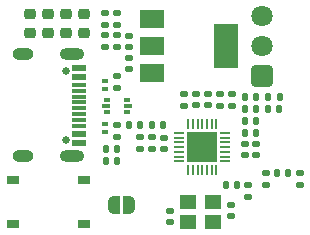
<source format=gts>
G04 #@! TF.GenerationSoftware,KiCad,Pcbnew,8.0.1*
G04 #@! TF.CreationDate,2024-04-19T23:10:03+02:00*
G04 #@! TF.ProjectId,esp-ir-receiver,6573702d-6972-42d7-9265-636569766572,1.0.0*
G04 #@! TF.SameCoordinates,Original*
G04 #@! TF.FileFunction,Soldermask,Top*
G04 #@! TF.FilePolarity,Negative*
%FSLAX46Y46*%
G04 Gerber Fmt 4.6, Leading zero omitted, Abs format (unit mm)*
G04 Created by KiCad (PCBNEW 8.0.1) date 2024-04-19 23:10:03*
%MOMM*%
%LPD*%
G01*
G04 APERTURE LIST*
G04 Aperture macros list*
%AMRoundRect*
0 Rectangle with rounded corners*
0 $1 Rounding radius*
0 $2 $3 $4 $5 $6 $7 $8 $9 X,Y pos of 4 corners*
0 Add a 4 corners polygon primitive as box body*
4,1,4,$2,$3,$4,$5,$6,$7,$8,$9,$2,$3,0*
0 Add four circle primitives for the rounded corners*
1,1,$1+$1,$2,$3*
1,1,$1+$1,$4,$5*
1,1,$1+$1,$6,$7*
1,1,$1+$1,$8,$9*
0 Add four rect primitives between the rounded corners*
20,1,$1+$1,$2,$3,$4,$5,0*
20,1,$1+$1,$4,$5,$6,$7,0*
20,1,$1+$1,$6,$7,$8,$9,0*
20,1,$1+$1,$8,$9,$2,$3,0*%
%AMFreePoly0*
4,1,19,0.500000,-0.750000,0.000000,-0.750000,0.000000,-0.744911,-0.071157,-0.744911,-0.207708,-0.704816,-0.327430,-0.627875,-0.420627,-0.520320,-0.479746,-0.390866,-0.500000,-0.250000,-0.500000,0.250000,-0.479746,0.390866,-0.420627,0.520320,-0.327430,0.627875,-0.207708,0.704816,-0.071157,0.744911,0.000000,0.744911,0.000000,0.750000,0.500000,0.750000,0.500000,-0.750000,0.500000,-0.750000,
$1*%
%AMFreePoly1*
4,1,19,0.000000,0.744911,0.071157,0.744911,0.207708,0.704816,0.327430,0.627875,0.420627,0.520320,0.479746,0.390866,0.500000,0.250000,0.500000,-0.250000,0.479746,-0.390866,0.420627,-0.520320,0.327430,-0.627875,0.207708,-0.704816,0.071157,-0.744911,0.000000,-0.744911,0.000000,-0.750000,-0.500000,-0.750000,-0.500000,0.750000,0.000000,0.750000,0.000000,0.744911,0.000000,0.744911,
$1*%
G04 Aperture macros list end*
%ADD10RoundRect,0.218750X-0.256250X0.218750X-0.256250X-0.218750X0.256250X-0.218750X0.256250X0.218750X0*%
%ADD11R,2.000000X1.500000*%
%ADD12R,2.000000X3.800000*%
%ADD13FreePoly0,180.000000*%
%ADD14FreePoly1,180.000000*%
%ADD15RoundRect,0.140000X0.170000X-0.140000X0.170000X0.140000X-0.170000X0.140000X-0.170000X-0.140000X0*%
%ADD16RoundRect,0.140000X-0.170000X0.140000X-0.170000X-0.140000X0.170000X-0.140000X0.170000X0.140000X0*%
%ADD17RoundRect,0.140000X0.140000X0.170000X-0.140000X0.170000X-0.140000X-0.170000X0.140000X-0.170000X0*%
%ADD18RoundRect,0.135000X-0.185000X0.135000X-0.185000X-0.135000X0.185000X-0.135000X0.185000X0.135000X0*%
%ADD19RoundRect,0.248400X0.651600X-0.651600X0.651600X0.651600X-0.651600X0.651600X-0.651600X-0.651600X0*%
%ADD20C,1.800000*%
%ADD21R,1.400000X1.200000*%
%ADD22RoundRect,0.140000X-0.140000X-0.170000X0.140000X-0.170000X0.140000X0.170000X-0.140000X0.170000X0*%
%ADD23R,0.500000X0.300000*%
%ADD24R,1.000000X0.750000*%
%ADD25RoundRect,0.147500X-0.147500X-0.172500X0.147500X-0.172500X0.147500X0.172500X-0.147500X0.172500X0*%
%ADD26RoundRect,0.135000X0.185000X-0.135000X0.185000X0.135000X-0.185000X0.135000X-0.185000X-0.135000X0*%
%ADD27R,0.500000X0.375000*%
%ADD28R,0.650000X0.300000*%
%ADD29RoundRect,0.135000X-0.135000X-0.185000X0.135000X-0.185000X0.135000X0.185000X-0.135000X0.185000X0*%
%ADD30C,0.650000*%
%ADD31R,1.240000X0.600000*%
%ADD32R,1.240000X0.300000*%
%ADD33O,2.100000X1.000000*%
%ADD34O,1.800000X1.000000*%
%ADD35RoundRect,0.147500X0.172500X-0.147500X0.172500X0.147500X-0.172500X0.147500X-0.172500X-0.147500X0*%
%ADD36RoundRect,0.050000X0.387500X0.050000X-0.387500X0.050000X-0.387500X-0.050000X0.387500X-0.050000X0*%
%ADD37RoundRect,0.050000X0.050000X0.387500X-0.050000X0.387500X-0.050000X-0.387500X0.050000X-0.387500X0*%
%ADD38R,2.600000X2.600000*%
G04 APERTURE END LIST*
D10*
X133059357Y-96238498D03*
X133059357Y-97813500D03*
D11*
X141831001Y-96644999D03*
X141831001Y-98944999D03*
X141831001Y-101244999D03*
D12*
X148131001Y-98944999D03*
D10*
X136116001Y-96238498D03*
X136116001Y-97813500D03*
D13*
X139941001Y-112392999D03*
D14*
X138641001Y-112392999D03*
D15*
X149959001Y-111701999D03*
X149959001Y-110741999D03*
D16*
X150703003Y-107211999D03*
X150703003Y-108171999D03*
D15*
X143340505Y-113877999D03*
X143340505Y-112917999D03*
D17*
X142819001Y-105661999D03*
X141859001Y-105661999D03*
D18*
X144536001Y-102992999D03*
X144536001Y-104012999D03*
D10*
X134592001Y-96238498D03*
X134592001Y-97813500D03*
D19*
X151184001Y-101494024D03*
D20*
X151184001Y-98954024D03*
X151184001Y-96414024D03*
D21*
X147064505Y-112177999D03*
X144864505Y-112177999D03*
X144864505Y-113877999D03*
X147064505Y-113877999D03*
D16*
X148547505Y-112390999D03*
X148547505Y-113350999D03*
D22*
X149743002Y-105279000D03*
X150703002Y-105279000D03*
X137950001Y-108695999D03*
X138910001Y-108695999D03*
X148082001Y-110741999D03*
X149042001Y-110741999D03*
X149743002Y-103247000D03*
X150703002Y-103247000D03*
D10*
X131544001Y-96238498D03*
X131544001Y-97813500D03*
D23*
X137894001Y-106265999D03*
X137894001Y-105565999D03*
D22*
X139883001Y-105661999D03*
X140843001Y-105661999D03*
D16*
X151483001Y-109723999D03*
X151483001Y-110683999D03*
D18*
X138910001Y-101469000D03*
X138910001Y-102488998D03*
D17*
X150703003Y-106294999D03*
X149743003Y-106294999D03*
D16*
X145552001Y-103022999D03*
X145552001Y-103982999D03*
D24*
X130116001Y-110263999D03*
X136116001Y-110263999D03*
X130116001Y-114013999D03*
X136116001Y-114013999D03*
D15*
X139926001Y-99023024D03*
X139926001Y-98063024D03*
D16*
X146568001Y-103022999D03*
X146568001Y-103982999D03*
D17*
X150703003Y-104262999D03*
X149743003Y-104262999D03*
D25*
X152434842Y-109723999D03*
X153404842Y-109723999D03*
D26*
X138910001Y-106665999D03*
X138910001Y-105645999D03*
D27*
X138011974Y-103502999D03*
D28*
X137936974Y-104040499D03*
D27*
X138011974Y-104577999D03*
X139711974Y-104577999D03*
D28*
X139786974Y-104040499D03*
D27*
X139711974Y-103502999D03*
D18*
X141859001Y-106676000D03*
X141859001Y-107696000D03*
D26*
X137894001Y-97152999D03*
X137894001Y-96133001D03*
D18*
X137894001Y-98040000D03*
X137894001Y-99059998D03*
X138910001Y-98040000D03*
X138910001Y-99059998D03*
D23*
X137886974Y-101882999D03*
X137886974Y-102582999D03*
D26*
X138910001Y-97154998D03*
X138910001Y-96135000D03*
D18*
X148600001Y-102992999D03*
X148600001Y-104012999D03*
D29*
X151646001Y-103246999D03*
X152666001Y-103246999D03*
D30*
X134589001Y-101089999D03*
X134589001Y-106869999D03*
D31*
X135709001Y-100779999D03*
X135709001Y-101579999D03*
D32*
X135709001Y-102729999D03*
X135709001Y-103729999D03*
X135709001Y-104229999D03*
X135709001Y-105229999D03*
D31*
X135709001Y-106379999D03*
X135709001Y-107179999D03*
X135709001Y-107179999D03*
X135709001Y-106379999D03*
D32*
X135709001Y-105729999D03*
X135709001Y-104729999D03*
X135709001Y-103229999D03*
X135709001Y-102229999D03*
D31*
X135709001Y-101579999D03*
X135709001Y-100779999D03*
D33*
X135109001Y-99659999D03*
D34*
X130909001Y-99659999D03*
D33*
X135109001Y-108299999D03*
D34*
X130909001Y-108299999D03*
D35*
X149743001Y-108176998D03*
X149743001Y-107206998D03*
D36*
X148054001Y-108710000D03*
X148054001Y-108309999D03*
X148054001Y-107909999D03*
X148054000Y-107509999D03*
X148054001Y-107109999D03*
X148054001Y-106709999D03*
X148054001Y-106309998D03*
D37*
X147316502Y-105572499D03*
X146916501Y-105572499D03*
X146516501Y-105572499D03*
X146116501Y-105572500D03*
X145716501Y-105572499D03*
X145316501Y-105572499D03*
X144916500Y-105572499D03*
D36*
X144179001Y-106309998D03*
X144179001Y-106709999D03*
X144179001Y-107109999D03*
X144179002Y-107509999D03*
X144179001Y-107909999D03*
X144179001Y-108309999D03*
X144179001Y-108710000D03*
D37*
X144916500Y-109447499D03*
X145316501Y-109447499D03*
X145716501Y-109447499D03*
X146116501Y-109447498D03*
X146516501Y-109447499D03*
X146916501Y-109447499D03*
X147316502Y-109447499D03*
D38*
X146116501Y-107509999D03*
D15*
X139926001Y-100934999D03*
X139926001Y-99974999D03*
D16*
X142875000Y-106706000D03*
X142875000Y-107666000D03*
D26*
X147584001Y-104012999D03*
X147584001Y-102992999D03*
D18*
X140843000Y-106676000D03*
X140843000Y-107696000D03*
D16*
X154356683Y-109723999D03*
X154356683Y-110683999D03*
D22*
X137950001Y-107679999D03*
X138910001Y-107679999D03*
X151676001Y-104262999D03*
X152636001Y-104262999D03*
M02*

</source>
